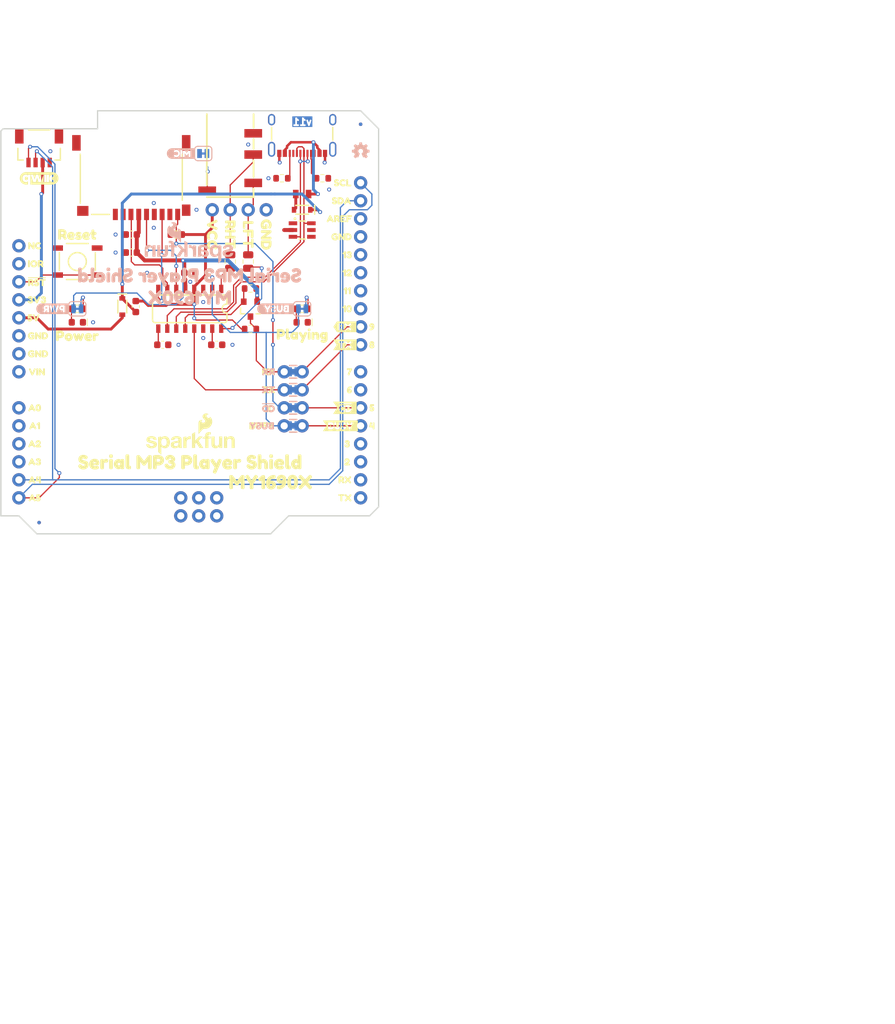
<source format=kicad_pcb>
(kicad_pcb (version 20240108) (generator "pcbnew") (generator_version "8.0")
  (title_block (date "2024-09-23") (comment 1 "Designed by: N. Seidle"))
  (layers (0 "F.Cu" signal) (31 "B.Cu" signal) (34 "B.Paste" user) (35 "F.Paste" user) (36 "B.SilkS" user "B.Silkscreen") (37 "F.SilkS" user "F.Silkscreen") (38 "B.Mask" user) (39 "F.Mask" user) (44 "Edge.Cuts" user))
  (net 0 "")
  (net 1 "GND")
  (net 3 "3.3V_P")
  (net 8 "MY_RX")
  (net 11 "BUSY")
  (net 12 "MY_TX")
  (net 17 "5V")
  (net 23 "Net-(U2-VPN)")
  (net 24 "Net-(U2-VCOM)")
  (net 25 "Net-(D4-A)")
  (net 26 "DAC_L")
  (net 27 "DAC_R")
  (net 29 "Net-(J4-CC1)")
  (net 33 "Net-(J4-CC2)")
  (net 35 "SD_CMD")
  (net 36 "SD_CLK")
  (net 37 "SD_DAT")
  (net 41 "Net-(JP2-A)")
  (net 42 "MY_RX_LV")
  (net 43 "Net-(B1-Pad~{RESET})")
  (net 44 "Net-(D1-A)")
  (net 45 "Net-(JP1-A)")
  (net 46 "Net-(D2-K)")
  (net 47 "VUSB")
  (net 48 "VCC")
  (net 49 "Net-(B1-*D5)")
  (net 50 "Net-(JP4-A)")
  (net 51 "Net-(J2-Pin_3)")
  (net 52 "Net-(J2-Pin_2)")
  (net 53 "Net-(JP7-B)")
  (net 54 "~{CARD_DET}")
  (net 57 "SCL")
  (net 58 "SDA")
  (net 59 "3.3V")
  (net 62 "Net-(F1-Pad2)")
  (net 65 "Net-(JP5-A)")
  (net 67 "Net-(B1-*D9)")
  (net 68 "/D-")
  (net 69 "/D+")
  (footprint "kibuzzard-673EA447" (layer "F.Cu") (at 172.72 75.2475 -90)
    (property "Reference" "kibuzzard-673EA447" (hide yes))
    (property "Value" "G***" (hide yes))
  )
  (footprint "SparkFun-Semiconductor-Standard:SOT23-6" (layer "F.Cu") (at 177.8 74.6125)
    (property "Reference" "D5")
    (property "Value" "DT1042-04SO")
  )
  (footprint "kibuzzard-673EAF28" (layer "F.Cu") (at 140.0175 102.235)
    (property "Reference" "kibuzzard-673EAF28" (hide yes))
    (property "Value" "G***" (hide yes))
  )
  (footprint "SparkFun-Switch:Push_SMD_5.2x5.2mm_h2.5mm" (layer "F.Cu") (at 146.05 79.0575)
    (property "Reference" "SW1")
    (property "Value" "SMD_5.2x5.2mm_h2.5mm")
  )
  (footprint "kibuzzard-673EAE8B" (layer "F.Cu") (at 184.15 85.725)
    (property "Reference" "kibuzzard-673EAE8B" (hide yes))
    (property "Value" "G***" (hide yes))
  )
  (footprint "kibuzzard-673EAF2D" (layer "F.Cu") (at 140.0175 104.775)
    (property "Reference" "kibuzzard-673EAF2D" (hide yes))
    (property "Value" "G***" (hide yes))
  )
  (footprint "kibuzzard-673EAEBB" (layer "F.Cu") (at 184.15 80.645)
    (property "Reference" "kibuzzard-673EAEBB" (hide yes))
    (property "Value" "G***" (hide yes))
  )
  (footprint "kibuzzard-679D2139" (layer "F.Cu") (at 184.15 107.315)
    (property "Reference" "kibuzzard-679D2139" (hide yes))
    (property "Value" "G***" (hide yes))
  )
  (footprint "SparkFun-Aesthetic:Fiducial_0.5mm_Mask1mm" (layer "F.Cu") (at 186.055 59.69 -90)
    (property "Reference" "FID3")
    (property "Value" "Fiducial_0.5mm")
  )
  (footprint "kibuzzard-673EAACD" (layer "F.Cu") (at 161.925 107.6325)
    (property "Reference" "kibuzzard-673EAACD" (hide yes))
    (property "Value" "G***" (hide yes))
  )
  (footprint "SparkFun-Capacitor:C_0603_1608Metric" (layer "F.Cu") (at 154.305 85.4075 -90)
    (property "Reference" "L1")
    (property "Value" "470Ohm")
  )
  (footprint "SparkFun-Board:Uno_R3_Shield_NoLabels" (layer "F.Cu") (at 161.925 88.265 180)
    (property "Reference" "B1")
    (property "Value" "Arduino_Uno_R3_Shield")
  )
  (footprint "SparkFun-Capacitor:C_0603_1608Metric" (layer "F.Cu") (at 161.925 80.645)
    (property "Reference" "C8")
    (property "Value" "1.0uF")
  )
  (footprint "kibuzzard-6792ACFE" (layer "F.Cu") (at 173.0375 94.615)
    (property "Reference" "kibuzzard-6792ACFE" (hide yes))
    (property "Value" "G***" (hide yes))
  )
  (footprint "kibuzzard-673EAF7F" (layer "F.Cu") (at 140.49375 89.535)
    (property "Reference" "kibuzzard-673EAF7F" (hide yes))
    (property "Value" "G***" (hide yes))
  )
  (footprint "SparkFun-Capacitor:C_0805_2012Metric" (layer "F.Cu") (at 167.64 79.0575 90)
    (property "Reference" "C4")
    (property "Value" "47uF")
  )
  (footprint "kibuzzard-673EAF7B" (layer "F.Cu") (at 139.85875 86.995)
    (property "Reference" "kibuzzard-673EAF7B" (hide yes))
    (property "Value" "G***" (hide yes))
  )
  (footprint "kibuzzard-673EAF33" (layer "F.Cu") (at 140.0175 109.855)
    (property "Reference" "kibuzzard-673EAF33" (hide yes))
    (property "Value" "G***" (hide yes))
  )
  (footprint "SparkFun-Capacitor:C_0805_2012Metric" (layer "F.Cu") (at 170.18 79.0575 90)
    (property "Reference" "C5")
    (property "Value" "47uF")
  )
  (footprint "kibuzzard-679D222D" (layer "F.Cu") (at 187.6425 99.695)
    (property "Reference" "kibuzzard-679D222D" (hide yes))
    (property "Value" "G***" (hide yes))
  )
  (footprint "kibuzzard-673EA442" (layer "F.Cu") (at 170.18 75.2475 -90)
    (property "Reference" "kibuzzard-673EA442" (hide yes))
    (property "Value" "G***" (hide yes))
  )
  (footprint "SparkFun-Resistor:R_0603_1608Metric" (layer "F.Cu") (at 170.4975 82.8675)
    (property "Reference" "R1")
    (property "Value" "2.2k")
  )
  (footprint "SparkFun-Semiconductor-Standard:SO-16" (layer "F.Cu") (at 161.925 85.725 -90)
    (property "Reference" "U2")
    (property "Value" "MY1690X")
  )
  (footprint "SparkFun-Capacitor:C_0603_1608Metric" (layer "F.Cu") (at 158.115 90.805)
    (property "Reference" "C7")
    (property "Value" "2.2uF")
  )
  (footprint "kibuzzard-679D21EC" (layer "F.Cu") (at 183.8325 90.805)
    (property "Reference" "kibuzzard-679D21EC" (hide yes))
    (property "Value" "G***" (hide yes))
  )
  (footprint "kibuzzard-673EAED1" (layer "F.Cu") (at 183.03875 73.025)
    (property "Reference" "kibuzzard-673EAED1" (hide yes))
    (property "Value" "G***" (hide yes))
  )
  (footprint "kibuzzard-673EAEA7" (layer "F.Cu") (at 184.4675 94.615)
    (property "Reference" "kibuzzard-673EAEA7" (hide yes))
    (property "Value" "G***" (hide yes))
  )
  (footprint "SparkFun-Aesthetic:Fiducial_0.5mm_Mask1mm" (layer "F.Cu") (at 140.6525 115.8875 -90)
    (property "Reference" "FID4")
    (property "Value" "Fiducial_0.5mm")
  )
  (footprint "SparkFun-Connector:Audio_Jack_3.5mm_TRRS_SMD_RA" (layer "F.Cu") (at 167.64 62.865 -90)
    (property "Reference" "J1")
    (property "Value" "3.5mm TRRS")
  )
  (footprint "kibuzzard-673EAE7C" (layer "F.Cu") (at 184.4675 97.155)
    (property "Reference" "kibuzzard-673EAE7C" (hide yes))
    (property "Value" "G***" (hide yes))
  )
  (footprint "SparkFun-Semiconductor-Standard:SOD-323" (layer "F.Cu") (at 177.8 71.755 180)
    (property "Reference" "D3")
    (property "Value" "BAT60A")
  )
  (footprint "kibuzzard-673EAEB6" (layer "F.Cu") (at 184.15 83.185)
    (property "Reference" "kibuzzard-673EAEB6" (hide yes))
    (property "Value" "G***" (hide yes))
  )
  (footprint "SparkFun-Resistor:R_0603_1608Metric" (layer "F.Cu") (at 177.8 85.725)
    (property "Reference" "R5")
    (property "Value" "1k")
  )
  (footprint "kibuzzard-673EAF71" (layer "F.Cu") (at 140.335 81.915)
    (property "Reference" "kibuzzard-673EAF71" (hide yes))
    (property "Value" "G***" (hide yes))
  )
  (footprint "kibuzzard-679D2133" (layer "F.Cu") (at 184.15 104.775)
    (property "Reference" "kibuzzard-679D2133" (hide yes))
    (property "Value" "G***" (hide yes))
  )
  (footprint "kibuzzard-673EAEE5" (layer "F.Cu") (at 183.515 67.945)
    (property "Reference" "kibuzzard-673EAEE5" (hide yes))
    (property "Value" "G***" (hide yes))
  )
  (footprint "SparkFun-Resistor:R_0603_1608Metric" (layer "F.Cu") (at 174.9425 67.31 180)
    (property "Reference" "R2")
    (property "Value" "5.1k")
  )
  (footprint "SparkFun-Resistor:R_0603_1608Metric" (layer "F.Cu") (at 160.02 75.2475)
    (property "Reference" "R7")
    (property "Value" "10k")
  )
  (footprint "SparkFun-Resistor:R_0603_1608Metric" (layer "F.Cu") (at 146.05 85.725)
    (property "Reference" "R9")
    (property "Value" "4.7k")
  )
  (footprint "kibuzzard-673EAE53" (layer "F.Cu") (at 183.8325 112.395)
    (property "Reference" "kibuzzard-673EAE53" (hide yes))
    (property "Value" "G***" (hide yes))
  )
  (footprint "kibuzzard-679D2231" (layer "F.Cu") (at 187.6425 102.235)
    (property "Reference" "kibuzzard-679D2231" (hide yes))
    (property "Value" "G***" (hide yes))
  )
  (footprint "kibuzzard-673EAF45" (layer "F.Cu") (at 140.335 94.615)
    (property "Reference" "kibuzzard-673EAF45" (hide yes))
    (property "Value" "G***" (hide yes))
  )
  (footprint "SparkFun-Semiconductor-Standard:SOT23-3" (layer "F.Cu") (at 170.4975 85.725 -90)
    (property "Reference" "Q1")
    (property "Value" "BSS138")
  )
  (footprint "kibuzzard-6792ACFA" (layer "F.Cu") (at 173.0375 97.155)
    (property "Reference" "kibuzzard-6792ACFA" (hide yes))
    (property "Value" "G***" (hide yes))
  )
  (footprint "kibuzzard-6792AD08" (layer "F.Cu") (at 172.085 102.235)
    (property "Reference" "kibuzzard-6792AD08" (hide yes))
    (property "Value" "G***" (hide yes))
  )
  (footprint "SparkFun-Connector:JST_SMD_1.0mm-4_Black" (layer "F.Cu") (at 140.6525 65.0875 180)
    (property "Reference" "J3")
    (property "Value" "Qwiic_RA")
  )
  (footprint "SparkFun-LED:LED_0603_1608Metric_Green" (layer "F.Cu") (at 177.8 87.63 180)
    (property "Reference" "D1")
    (property "Value" "Green")
  )
  (footprint "kibuzzard-67A3E997" (layer "F.Cu") (at 173.355 110.1725)
    (property "Reference" "kibuzzard-67A3E997" (hide yes))
    (property "Value" "G***" (hide yes))
  )
  (footprint "kibuzzard-673EAF83" (layer "F.Cu") (at 140.49375 92.075)
    (property "Reference" "kibuzzard-673EAF83" (hide yes))
    (property "Value" "G***" (hide yes))
  )
  (footprint "kibuzzard-673AC551" (layer "F.Cu") (at 146.05 75.2475)
    (property "Reference" "kibuzzard-673AC551" (hide yes))
    (property "Value" "G***" (hide yes))
  )
  (footprint "SparkFun-Connector:2x03_NoSilk" (layer "F.Cu") (at 163.195 113.665 180)
    (property "Reference" "J5")
    (property "Value" "ISP")
  )
  (footprint "kibuzzard-673EAF11" (layer "F.Cu") (at 140.0175 107.315)
    (property "Reference" "kibuzzard-673EAF11" (hide yes))
    (property "Value" "G***" (hide yes))
  )
  (footprint "SparkFun-Aesthetic:qwiic_5.5mm" (layer "F.Cu") (at 140.6525 67.31)
    (property "Reference" "G***" (hide yes))
    (property "Value" "LOGO" (hide yes))
  )
  (footprint "kibuzzard-679D21F4" (layer "F.Cu") (at 187.6425 90.805)
    (property "Reference" "kibuzzard-679D21F4" (hide yes))
    (property "Value" "G***" (hide yes))
  )
  (footprint "kibuzzard-679D2221" (layer "F.Cu") (at 183.1975 102.235)
    (property "Reference" "kibuzzard-679D2221" (hide yes))
    (property "Value" "G***" (hide yes))
  )
  (footprint "SparkFun-Aesthetic:SparkFun_Logo_12.5mm" (layer "F.Cu") (at 161.925 104.4575)
    (property "Reference" "G***" (hide yes))
    (property "Value" "LOGO" (hide yes))
  )
  (footprint "kibuzzard-673EAF59" (layer "F.Cu") (at 140.0175 76.835)
    (property "Reference" "kibuzzard-673EAF59" (hide yes))
    (property "Value" "G***" (hide yes))
  )
  (footprint "SparkFun-Connector:microSD_External_Pin" (layer "F.Cu") (at 153.67 61.9125 180)
    (property "Reference" "J6")
    (property "Value" "microSD")
  )
  (footprint "kibuzzard-673EAF5F" (layer "F.Cu") (at 140.17625 79.375)
    (property "Reference" "kibuzzard-673EAF5F" (hide yes))
    (property "Value" "G***" (hide yes))
  )
  (footprint "SparkFun-Resistor:R_0603_1608Metric" (layer "F.Cu") (at 170.4975 88.5825 180)
    (property "Reference" "R4")
    (property "Value" "2.2k")
  )
  (footprint "kibuzzard-673EA43C" (layer "F.Cu") (at 167.64 75.2475 -90)
    (property "Reference" "kibuzzard-673EA43C" (hide yes))
    (property "Value" "G***" (hide yes))
  )
  (footprint "SparkFun-Semiconductor-Standard:SOD-323" (layer "F.Cu") (at 152.4 85.4075 -90)
    (property "Reference" "D2")
    (property "Value" "BAT60A")
  )
  (footprint "kibuzzard-679D221C" (layer "F.Cu") (at 183.8325 99.695)
    (property "Reference" "kibuzzard-679D221C" (hide yes))
    (property "Value" "G***" (hide yes))
  )
  (footprint "kibuzzard-673EAEDE" (layer "F.Cu") (at 183.35625 70.485)
    (property "Reference" "kibuzzard-673EAEDE" (hide yes))
    (property "Value" "G***" (hide yes))
  )
  (footprint "kibuzzard-673EAEC1" (layer "F.Cu") (at 184.15 78.105)
    (property "Reference" "kibuzzard-673EAEC1" (hide yes))
    (property "Value" "G***" (hide yes))
  )
  (footprint "kibuzzard-673EAF38" (layer "F.Cu") (at 140.0175 112.395)
    (property "Reference" "kibuzzard-673EAF38" (hide yes))
    (property "Value" "G***" (hide yes))
  )
  (footprint "kibuzzard-678AC9A2" (layer "F.Cu") (at 177.8 89.535)
    (property "Reference" "kibuzzard-678AC9A2" (hide yes))
    (property "Value" "G***" (hide yes))
  )
  (footprint "SparkFun-Capacitor:C_0603_1608Metric" (layer "F.Cu") (at 165.735 90.805)
    (property "Reference" "C1")
    (property "Value" "2.2uF")
  )
  (footprint "kibuzzard-673EA3A1" (layer "F.Cu") (at 146.05 89.535)
    (property "Reference" "kibuzzard-673EA3A1" (hide yes))
    (property "Value" "G***" (hide yes))
  )
  (footprint "kibuzzard-6792AD10" (layer "F.Cu") (at 173.0375 99.695)
    (property "Reference" "kibuzzard-6792AD10" (hide yes))
    (property "Value" "G***" (hide yes))
  )
  (footprint "kibuzzard-679D21F8" (layer "F.Cu") (at 187.6425 88.265)
    (property "Reference" "kibuzzard-679D21F8" (hide yes))
    (property "Value" "G***" (hide yes))
  )
  (footprint "kibuzzard-679D21FD" (layer "F.Cu") (at 183.8325 88.265)
    (property "Reference" "kibuzzard-679D21FD" (hide yes))
    (property "Value" "G***" (hide yes))
  )
  (footprint "SparkFun-Connector:1x04" (layer "F.Cu") (at 172.72 71.755 180)
    (property "Reference" "J2")
    (property "Value" "Conn_01x04")
  )
  (footprint "SparkFun-LED:LED_0603_1608Metric_Red" (layer "F.Cu") (at 146.05 87.63 180)
    (property "Reference" "D4")
    (property "Value" "Red")
  )
  (footprint "SparkFun-Aesthetic:Creative_Commons_License" (layer "F.Cu") (at 214.63 168.275)
    (property "Reference" "G1" (hide yes))
    (property "Value" "OSHW_Logo" (hide yes))
  )
  (footprint "kibuzzard-673EAF76" (layer "F.Cu") (at 140.335 84.455)
    (property "Reference" "kibuzzard-673EAF76" (hide yes))
    (property "Value" "G***" (hide yes))
  )
  (footprint "SparkFun-Fuse:0805" (layer "F.Cu") (at 177.8 69.5325)
    (property "Reference" "F1")
    (property "Value" "6V/0.5A/1A")
  )
  (footprint "kibuzzard-673EAE60" (layer "F.Cu") (at 183.8325 109.855)
    (property "Reference" "kibuzzard-673EAE60" (hide yes))
    (property "Value" "G***" (hide yes))
  )
  (footprint "SparkFun-Resistor:R_0603_1608Metric" (layer "F.Cu") (at 180.6575 67.31 180)
    (property "Reference" "R3")
    (property "Value" "5.1k")
  )
  (footprint "SparkFun-Connector:USB-C_16" (layer "F.Cu") (at 177.8 64.135 180)
    (property "Reference" "J4")
    (property "Value" "USB_C_Receptacle")
  )
  (footprint "kibuzzard-673EAEC8" (layer "F.Cu") (at 183.35625 75.565)
    (property "Reference" "kibuzzard-673EAEC8" (hide yes))
    (property "Value" "G***" (hide yes))
  )
  (footprint "kibuzzard-6792AB76" (layer "F.Cu") (at 165.1 75.2475 -90)
    (property "Reference" "kibuzzard-6792AB76" (hide yes))
    (property "Value" "G***" (hide yes))
  )
  (footprint "kibuzzard-673EAF23" (layer "F.Cu") (at 140.0175 99.695)
    (property "Reference" "kibuzzard-673EAF23" (hide yes))
    (property "Value" "G***" (hide yes))
  )
  (footprint "SparkFun-Capacitor:C_0603_1608Metric" (layer "F.Cu") (at 153.67 77.7875 180)
    (property "Reference" "C3")
    (property "Value" "0.1uF")
  )
  (footprint "SparkFun-Capacitor:C_0603_1608Metric" (layer "F.Cu") (at 153.67 75.2475 180)
    (property "Reference" "C2")
    (property "Value" "10uF")
  )
  (footprint "kibuzzard-6792ACFE" (layer "B.Cu") (at 173.0375 94.615 180)
    (property "Reference" "kibuzzard-6792ACFE" (hide yes))
    (property "Value" "G***" (hide yes))
  )
  (footprint "SparkFun-Jumper:Jumper_2_PTH_SMD_Combo-NC" (layer "B.Cu") (at 176.53 94.615 180)
    (property "Reference" "JP6")
    (property "Value" "TX")
  )
  (footprint "SparkFun-Jumper:Jumper_2_PTH_SMD_Combo-NC" (layer "B.Cu") (at 176.53 99.695 180)
    (property "Reference" "JP3")
    (property "Value" "CD")
  )
  (footprint "kibuzzard-678ACA35" (layer "B.Cu") (at 173.99 85.725 180)
    (property "Reference" "kibuzzard-678ACA35" (hide yes))
    (property "Value" "G***" (hide yes))
  )
  (footprint "kibuzzard-67A3E997" (layer "B.Cu") (at 161.925 84.1375 180)
    (property "Reference" "kibuzzard-67A3E997" (hide yes))
    (property "Value" "G***" (hide yes))
  )
  (footprint "SparkFun-Jumper:Jumper_2_NC_Trace" (layer "B.Cu") (at 177.8 85.725 180)
    (property "Reference" "JP1")
    (property "Value" "BUSY")
  )
  (footprint "kibuzzard-6792AB99" (layer "B.Cu") (at 160.655 63.8175 180)
    (property "Reference" "kibuzzard-6792AB99" (hide yes))
    (property "Value" "G***" (hide yes))
  )
  (footprint "kibuzzard-6792AD08" (layer "B.Cu") (at 172.085 102.235 180)
    (property "Reference" "kibuzzard-6792AD08" (hide yes))
    (property "Value" "G***" (hide yes))
  )
  (footprint "SparkFun-Jumper:Jumper_2_PTH_SMD_Combo-NC" (layer "B.Cu") (at 176.53 97.155 180)
    (property "Reference" "JP5")
    (property "Value" "RX")
  )
  (footprint "SparkFun-Aesthetic:Fiducial_0.5mm_Mask1mm" (layer "B.Cu") (at 186.055 59.69 90)
    (property "Reference" "FID2")
    (property "Value" "Fiducial_0.5mm")
  )
  (footprint "kibuzzard-6792ACFA" (layer "B.Cu") (at 173.0375 97.155 180)
    (property "Reference" "kibuzzard-6792ACFA" (hide yes))
    (property "Value" "G***" (hide yes))
  )
  (footprint "SparkFun-Aesthetic:Fiducial_0.5mm_Mask1mm" (layer "B.Cu") (at 140.6525 115.8875 90)
    (property "Reference" "FID1")
    (property "Value" "Fiducial_0.5mm")
  )
  (footprint "SparkFun-Jumper:Jumper_2_NC_Trace" (layer "B.Cu") (at 163.83 63.8175)
    (property "Reference" "JP7")
    (property "Value" "SLV")
  )
  (footprint "kibuzzard-673EA691" (layer "B.Cu") (at 142.5575 85.725 180)
    (property "Reference" "kibuzzard-673EA691" (hide yes))
    (property "Value" "G***" (hide yes))
  )
  (footprint "SparkFun-Aesthetic:OSHW_Logo_2.5mm" (layer "B.Cu") (at 186.055 63.5 180)
    (property "Reference" "Ref**" (hide yes))
    (property "Value" "Val**" (hide yes))
  )
  (footprint "SparkFun-Jumper:Jumper_2_PTH_SMD_Combo-NC" (layer "B.Cu") (at 176.53 102.235 180)
    (property "Reference" "JP4")
    (property "Value" "BUSY")
  )
  (footprint "kibuzzard-6792AD10" (layer "B.Cu") (at 173.0375 99.695 180)
    (property "Reference" "kibuzzard-6792AD10" (hide yes))
    (property "Value" "G***" (hide yes))
  )
  (footprint "kibuzzard-673EAACD" (layer "B.Cu") (at 161.925 81.28 180)
    (property "Reference" "kibuzzard-673EAACD" (hide yes))
    (property "Value" "G***" (hide yes))
  )
  (footprint "SparkFun-Jumper:Jumper_2_NC_Trace" (layer "B.Cu") (at 146.05 85.725 180)
    (property "Reference" "JP2")
    (property "Value" "PWR")
  )
  (footprint "SparkFun-Aesthetic:SparkFun_Logo_12.5mm" (layer "B.Cu") (at 161.925 77.47 180)
    (property "Reference" "G***" (hide yes))
    (property "Value" "LOGO" (hide yes))
  )
  (gr_line (start 148.9075 60.325) (end 135.5725 60.325) (stroke (width 0.1778)) (layer "Edge.Cuts"))
  (gr_line (start 135.255 60.6425) (end 135.255 114.935) (stroke (width 0.1778)) (layer "Edge.Cuts"))
  (gr_line (start 137.795 114.935) (end 140.335 117.475) (stroke (width 0.1778)) (layer "Edge.Cuts"))
  (gr_line (start 140.335 117.475) (end 173.355 117.475) (stroke (width 0.1778)) (layer "Edge.Cuts"))
  (gr_line (start 188.595 113.665) (end 188.595 60.325) (stroke (width 0.1778)) (layer "Edge.Cuts"))
  (gr_line (start 173.355 117.475) (end 175.895 114.935) (stroke (width 0.1778)) (layer "Edge.Cuts"))
  (gr_line (start 135.255 114.935) (end 137.795 114.935) (stroke (width 0.1778)) (layer "Edge.Cuts"))
  (gr_line (start 175.895 114.935) (end 187.325 114.935) (stroke (width 0.1778)) (layer "Edge.Cuts"))
  (gr_line (start 135.5725 60.325) (end 135.255 60.6425) (stroke (width 0.1778)) (layer "Edge.Cuts"))
  (gr_line (start 187.325 114.935) (end 188.595 113.665) (stroke (width 0.1778)) (layer "Edge.Cuts"))
  (gr_line (start 186.055 57.785) (end 148.9075 57.785) (stroke (width 0.1778)) (layer "Edge.Cuts"))
  (gr_line (start 148.9075 57.785) (end 148.9075 60.325) (stroke (width 0.1778)) (layer "Edge.Cuts"))
  (gr_line (start 186.055 57.785) (end 188.595 60.325) (stroke (width 0.1778)) (layer "Edge.Cuts"))
  (gr_text "v11" (at 177.8 59.3725 0) (layer "B.Cu" knockout) (effects (font (size 1 1) (thickness 0.25) (bold yes)) (justify mirror)))
  (segment (start 181.025 65.0375) (end 180.975 65.0875) (width 0.348996) (layer "F.Cu") (net 1))
  (segment (start 176.4999 74.6125) (end 175.26 74.6125) (width 0.5588) (layer "F.Cu") (net 1))
  (segment (start 174.575 65.0375) (end 174.625 65.0875) (width 0.348996) (layer "F.Cu") (net 1))
  (segment (start 181.025 63.795) (end 181.025 65.0375) (width 0.348996) (layer "F.Cu") (net 1))
  (segment (start 174.575 63.795) (end 174.575 65.0375) (width 0.348996) (layer "F.Cu") (net 1))
  (via (at 180.975 65.0875) (size 0.56) (drill 0.3) (layers "F.Cu" "B.Cu") (net 1))
  (via (at 162.8775 71.755) (size 0.56) (drill 0.3) (layers "F.Cu" "B.Cu") (net 1))
  (via (at 181.61 68.8975) (size 0.56) (drill 0.3) (layers "F.Cu" "B.Cu") (net 1))
  (via (at 170.18 62.5475) (size 0.56) (drill 0.3) (layers "F.Cu" "B.Cu") (net 1))
  (via (at 162.0018 81.915) (size 0.56) (drill 0.3) (layers "F.Cu" "B.Cu") (net 1))
  (via (at 160.3375 90.805) (size 0.56) (drill 0.3) (layers "F.Cu" "B.Cu") (net 1))
  (via (at 142.24 63.5) (size 0.56) (drill 0.3) (layers "F.Cu" "B.Cu") (net 1))
  (via (at 151.4475 75.2475) (size 0.56) (drill 0.3) (layers "F.Cu" "B.Cu") (net 1))
  (via (at 148.2725 87.63) (size 0.56) (drill 0.3) (layers "F.Cu" "B.Cu") (net 1))
  (via (at 173.0375 67.31) (size 0.56) (drill 0.3) (layers "F.Cu" "B.Cu") (net 1))
  (via (at 155.8925 80.645) (size 0.56) (drill 0.3) (layers "F.Cu" "B.Cu") (net 1))
  (via (at 163.83 89.8525) (size 0.56) (drill 0.3) (layers "F.Cu" "B.Cu") (net 1))
  (via (at 174.625 65.0875) (size 0.56) (drill 0.3) (layers "F.Cu" "B.Cu") (net 1))
  (via (at 163.83 84.7725) (size 0.56) (drill 0.3) (layers "F.Cu" "B.Cu") (net 1))
  (via (at 167.9575 90.805) (size 0.56) (drill 0.3) (layers "F.Cu" "B.Cu") (net 1))
  (via (at 151.4475 77.7875) (size 0.56) (drill 0.3) (layers "F.Cu" "B.Cu") (net 1))
  (via (at 156.845 74.295) (size 0.56) (drill 0.3) (layers "F.Cu" "B.Cu") (net 1))
  (via (at 156.845 70.8025) (size 0.56) (drill 0.3) (layers "F.Cu" "B.Cu") (net 1))
  (segment (start 161.29 82.925) (end 161.29 81.5975) (width 0.5588) (layer "F.Cu") (net 3))
  (segment (start 154.445 77.7875) (end 154.445 75.2475) (width 0.5588) (layer "F.Cu") (net 3))
  (segment (start 160.9725 78.89875) (end 161.15 79.07625) (width 0.5588) (layer "F.Cu") (net 3))
  (segment (start 161.29 81.5975) (end 161.15 81.4575) (width 0.5588) (layer "F.Cu") (net 3))
  (segment (start 171.3225 82.8675) (end 171.4475 82.9925) (width 0.5588) (layer "F.Cu") (net 3))
  (segment (start 161.15 79.07625) (end 161.15 80.645) (width 0.5588) (layer "F.Cu") (net 3))
  (segment (start 154.72 72.4125) (end 154.72 74.9725) (width 0.5588) (layer "F.Cu") (net 3))
  (segment (start 155.55625 78.89875) (end 154.445 77.7875) (width 0.5588) (layer "F.Cu") (net 3))
  (segment (start 160.9725 78.89875) (end 155.55625 78.89875) (width 0.5588) (layer "F.Cu") (net 3))
  (segment (start 154.72 74.9725) (end 154.445 75.2475) (width 0.5588) (layer "F.Cu") (net 3))
  (segment (start 171.4475 82.9925) (end 171.4475 83.82) (width 0.5588) (layer "F.Cu") (net 3))
  (segment (start 161.15 81.4575) (end 161.15 80.645) (width 0.5588) (layer "F.Cu") (net 3))
  (segment (start 171.4475 84.725) (end 171.4475 83.82) (width 0.5588) (layer "F.Cu") (net 3))
  (via (at 171.4475 83.82) (size 0.56) (drill 0.3) (layers "F.Cu" "B.Cu") (net 3))
  (via (at 160.9725 78.89875) (size 0.56) (drill 0.3) (layers "F.Cu" "B.Cu") (net 3))
  (segment (start 171.4475 83.02375) (end 167.3225 78.89875) (width 0.5588) (layer "B.Cu") (net 3))
  (segment (start 160.9725 84.1375) (end 160.9725 78.89875) (width 0.1778) (layer "B.Cu") (net 3))
  (segment (start 159.97495 85.13505) (end 160.9725 84.1375) (width 0.1778) (layer "B.Cu") (net 3))
  (segment (start 154.46375 83.5025) (end 156.0963 85.13505) (width 0.1778) (layer "B.Cu") (net 3))
  (segment (start 167.3225 78.89875) (end 160.9725 78.89875) (width 0.5588) (layer "B.Cu") (net 3))
  (segment (start 145.5293 83.86445) (end 145.89125 83.5025) (width 0.1778) (layer "B.Cu") (net 3))
  (segment (start 156.0963 85.13505) (end 159.97495 85.13505) (width 0.1778) (layer "B.Cu") (net 3))
  (segment (start 145.5293 85.725) (end 145.5293 83.86445) (width 0.1778) (layer "B.Cu") (net 3))
  (segment (start 171.4475 83.82) (end 171.4475 83.02375) (width 0.5588) (layer "B.Cu") (net 3))
  (segment (start 145.89125 83.5025) (end 154.46375 83.5025) (width 0.1778) (layer "B.Cu") (net 3))
  (segment (start 172.91 94.615) (end 171.3225 93.0275) (width 0.1778) (layer "F.Cu") (net 8))
  (segment (start 170.4975 86.825) (end 170.4975 87.7575) (width 0.1778) (layer "F.Cu") (net 8))
  (segment (start 175.26 94.615) (end 172.91 94.615) (width 0.1778) (layer "F.Cu") (net 8))
  (segment (start 170.4975 87.7575) (end 171.3225 88.5825) (width 0.1778) (layer "F.Cu") (net 8))
  (segment (start 171.3225 93.0275) (end 171.3225 88.5825) (width 0.1778) (layer "F.Cu") (net 8))
  (segment (start 165.1 82.925) (end 165.1 81.28) (width 0.1778) (layer "F.Cu") (net 11))
  (via (at 165.1 81.28) (size 0.56) (drill 0.3) (layers "F.Cu" "B.Cu") (net 11))
  (segment (start 172.72 101.2825) (end 173.6725 102.235) (width 0.1778) (layer "B.Cu") (net 11))
  (segment (start 173.6725 102.235) (end 175.26 102.235) (width 0.1778) (layer "B.Cu") (net 11))
  (segment (start 165.1 81.28) (end 165.1 86.51875) (width 0.1778) (layer "B.Cu") (net 11))
  (segment (start 165.1 86.51875) (end 167.64 89.05875) (width 0.1778) (layer "B.Cu") (net 11))
  (segment (start 177.2793 88.1507) (end 176.37125 89.05875) (width 0.1778) (layer "B.Cu") (net 11))
  (segment (start 176.37125 89.05875) (end 172.72 89.05875) (width 0.1778) (layer "B.Cu") (net 11))
  (segment (start 172.72 89.05875) (end 172.72 101.2825) (width 0.1778) (layer "B.Cu") (net 11))
  (segment (start 177.2793 85.725) (end 177.2793 88.1507) (width 0.1778) (layer "B.Cu") (net 11))
  (segment (start 167.64 89.05875) (end 172.72 89.05875) (width 0.1778) (layer "B.Cu") (net 11))
  (segment (start 164.1475 97.155) (end 162.56 95.5675) (width 0.1778) (layer "F.Cu") (net 12))
  (segment (start 175.26 97.155) (end 164.1475 97.155) (width 0.1778) (layer "F.Cu") (net 12))
  (segment (start 162.56 88.525) (end 162.56 95.5675) (width 0.1778) (layer "F.Cu") (net 12))
  (segment (start 141.9225 88.5825) (end 150.8125 88.5825) (width 0.4064) (layer "F.Cu") (net 17))
  (segment (start 137.795 86.995) (end 140.335 86.995) (width 0.4064) (layer "F.Cu") (net 17))
  (segment (start 152.4 86.995) (end 152.4 86.5575) (width 0.4064) (layer "F.Cu") (net 17))
  (segment (start 140.335 86.995) (end 141.9225 88.5825) (width 0.4064) (layer "F.Cu") (net 17))
  (segment (start 150.8125 88.5825) (end 152.4 86.995) (width 0.4064) (layer "F.Cu") (net 17))
  (segment (start 165.1 90.665) (end 164.96 90.805) (width 0.1778) (layer "F.Cu") (net 23))
  (segment (start 165.1 88.525) (end 165.1 90.665) (width 0.1778) (layer "F.Cu") (net 23))
  (segment (start 157.48 88.525) (end 157.48 90.665) (width 0.1778) (layer "F.Cu") (net 24))
  (segment (start 157.48 90.665) (end 157.34 90.805) (width 0.1778) (layer "F.Cu") (net 24))
  (segment (start 145.225 87.5925) (end 145.2625 87.63) (width 0.1778) (layer "F.Cu") (net 25))
  (segment (start 145.225 85.725) (end 145.225 87.5925) (width 0.1778) (layer "F.Cu") (net 25))
  (segment (start 171.9075 79.8325) (end 172.085 80.01) (width 0.1524) (layer "F.Cu") (net 26))
  (segment (start 167.85625 88.525) (end 167.9575 88.42375) (width 0.1778) (layer "F.Cu") (net 26))
  (segment (start 166.37 88.525) (end 167.85625 88.525) (width 0.1778) (layer "F.Cu") (net 26))
  (segment (start 170.18 79.8325) (end 171.9075 79.8325) (width 0.1524) (layer "F.Cu") (net 26))
  (via (at 172.085 80.01) (size 0.56) (drill 0.3) (layers "F.Cu" "B.Cu") (net 26))
  (via (at 167.9575 88.42375) (size 0.56) (drill 0.3) (layers "F.Cu" "B.Cu") (net 26))
  (segment (start 172.085 80.01) (end 172.085 84.29625) (width 0.1524) (layer "B.Cu") (net 26))
  (segment (start 172.085 84.29625) (end 167.9575 88.42375) (width 0.1524) (layer "B.Cu") (net 26))
  (segment (start 166.37 81.1025) (end 166.37 82.925) (width 0.1524) (layer "F.Cu") (net 27))
  (segment (start 167.64 79.8325) (end 166.37 81.1025) (width 0.1524) (layer "F.Cu") (net 27))
  (segment (start 179.05 63.795) (end 179.05 64.59125) (width 0.1778) (layer "F.Cu") (net 29))
  (segment (start 179.11505 64.6563) (end 179.11505 66.59255) (width 0.1778) (layer "F.Cu") (net 29))
  (segment (start 179.05 64.59125) (end 179.11505 64.6563) (width 0.1778) (layer "F.Cu") (net 29))
  (segment (start 179.11505 66.59255) (end 179.8325 67.31) (width 0.1778) (layer "F.Cu") (net 29))
  (segment (start 176.05 63.795) (end 176.05 67.0275) (width 0.1778) (layer "F.Cu") (net 33))
  (segment (start 176.05 67.0275) (end 175.7675 67.31) (width 0.1778) (layer "F.Cu") (net 33))
  (segment (start 154.14625 79.53375) (end 153.67 79.0575) (width 0.1778) (layer "F.Cu") (net 35))
  (segment (start 157.63875 79.53375) (end 154.14625 79.53375) (width 0.1778) (layer "F.Cu") (net 35))
  (segment (start 158.115 81.43875) (end 158.115 80.01) (width 0.1778) (layer "F.Cu") (net 35))
  (segment (start 158.115 80.01) (end 157.63875 79.53375) (width 0.1778) (layer "F.Cu") (net 35))
  (segment (start 158.75 82.925) (end 158.75 82.07375) (width 0.1778) (layer "F.Cu") (net 35))
  (segment (start 153.67 79.0575) (end 153.67 72.4625) (width 0.1778) (layer "F.Cu") (net 35))
  (segment (start 153.67 72.4625) (end 153.62 72.4125) (width 0.1778) (layer "F.Cu") (net 35))
  (segment (start 158.75 82.07375) (end 158.115 81.43875) (width 0.1778) (layer "F.Cu") (net 35))
  (segment (start 160.02 80.628567) (end 160.02 79.6925) (width 0.1778) (layer "F.Cu") (net 36))
  (segment (start 155.82 72.4125) (end 155.82 77.3975) (width 0.1778) (layer "F.Cu") (net 36))
  (segment (start 160.02 82.925) (end 160.02 80.80375) (width 0.1778) (layer "F.Cu") (net 36))
  (segment (start 160.02 80.80375) (end 160.02 80.628567) (width 0.1778) (layer "F.Cu") (net 36))
  (segment (start 155.82 77.3975) (end 155.8925 77.47) (width 0.1778) (layer "F.Cu") (net 36))
  (via (at 155.8925 77.47) (size 0.56) (drill 0.3) (layers "F.Cu" "B.Cu") (net 36))
  (via (at 160.02 79.6925) (size 0.56) (drill 0.3) (layers "F.Cu" "B.Cu") (net 36))
  (segment (start 159.22625 77.47) (end 155.8925 77.47) (width 0.1778) (layer "B.Cu") (net 36))
  (segment (start 160.02 78.26375) (end 159.22625 77.47) (width 0.1778) (layer "B.Cu") (net 36))
  (segment (start 160.02 79.6925) (end 160.02 78.26375) (width 0.1778) (layer "B.Cu") (net 36))
  (segment (start 157.48 84.1375) (end 157.95625 84.61375) (width 0.1778) (layer "F.Cu") (net 37))
  (segment (start 157.95625 78.105) (end 158.02 78.04125) (width 0.1778) (layer "F.Cu") (net 37))
  (segment (start 157.48 82.925) (end 157.48 84.1375) (width 0.1778) (layer "F.Cu") (net 37))
  (segment (start 158.02 78.04125) (end 158.02 72.4125) (width 0.1778) (layer "F.Cu") (net 37))
  (via (at 157.95625 84.61375) (size 0.56) (drill 0.3) (layers "F.Cu" "B.Cu") (net 37))
  (via (at 157.95625 78.105) (size 0.56) (drill 0.3) (layers "F.Cu" "B.Cu") (net 37))
  (segment (start 157.95625 78.105) (end 157.95625 84.61375) (width 0.1778) (layer "B.Cu") (net 37))
  (segment (start 146.875 85.725) (end 146.875 84.16875) (width 0.1778) (layer "F.Cu") (net 41))
  (segment (start 146.875 84.16875) (end 146.84375 84.1375) (width 0.1778) (layer "F.Cu") (net 41))
  (via (at 146.84375 84.1375) (size 0.56) (drill 0.3) (layers "F.Cu" "B.Cu") (net 41))
  (segment (start 146.84375 84.1375) (end 146.5707 84.41055) (width 0.1778) (layer "B.Cu") (net 41))
  (segment (start 146.5707 84.41055) (end 146.5707 85.725) (width 0.1778) (layer "B.Cu") (net 41))
  (segment (start 169.5475 82.9925) (end 169.6725 82.8675) (width 0.1778) (layer "F.Cu") (net 42))
  (segment (start 169.5475 84.725) (end 167.74105 86.53145) (width 0.1778) (layer "F.Cu") (net 42))
  (segment (start 169.5475 84.725) (end 169.5475 82.9925) (width 0.1778) (layer "F.Cu") (net 42))
  (segment (start 167.74105 86.53145) (end 161.75355 86.53145) (width 0.1778) (layer "F.Cu") (net 42))
  (segment (start 161.75355 86.53145) (end 161.29 86.995) (width 0.1778) (layer "F.Cu") (net 42))
  (segment (start 161.29 86.995) (end 161.29 88.525) (width 0.1778) (layer "F.Cu") (net 42))
  (segment (start 143.256 80.9625) (end 141.12875 80.9625) (width 0.1778) (layer "F.Cu") (net 43))
  (segment (start 140.17625 81.915) (end 137.795 81.915) (width 0.1778) (layer "F.Cu") (net 43))
  (segment (start 143.256 80.9625) (end 148.844 80.9625) (width 0.1778) (layer "F.Cu") (net 43))
  (segment (start 141.12875 80.9625) (end 140.17625 81.915) (width 0.1778) (layer "F.Cu") (net 43))
  (segment (start 176.975 87.5925) (end 177.0125 87.63) (width 0.1778) (layer "F.Cu") (net 44))
  (segment (start 176.975 85.725) (end 176.975 87.5925) (width 0.1778) (layer "F.Cu") (net 44))
  (segment (start 178.625 85.725) (end 178.625 84.3275) (width 0.1778) (layer "F.Cu") (net 45))
  (segment (start 178.625 84.3275) (end 178.435 84.1375) (width 0.1778) (layer "F.Cu") (net 45))
  (via (at 178.435 84.1375) (size 0.56) (drill 0.3) (layers "F.Cu" "B.Cu") (net 45))
  (segment (start 178.3207 85.725) (end 178.3207 84.2518) (width 0.1778) (layer "B.Cu") (net 45))
  (segment (start 178.3207 84.2518) (end 178.435 84.1375) (width 0.1778) (layer "B.Cu") (net 45))
  (segment (start 152.4 84.2575) (end 152.4 82.2325) (width 0.4064) (layer "F.Cu") (net 46))
  (segment (start 178.95 71.755) (end 180.0225 71.755) (width 0.4064) (layer "F.Cu") (net 46))
  (segment (start 180.0225 71.755) (end 180.34 72.0725) (width 0.4064) (layer "F.Cu") (net 46))
  (segment (start 152.4 84.2575) (end 152.4 84.2775) (width 0.4064) (layer "F.Cu") (net 46))
  (segment (start 152.4 84.2775) (end 154.305 86.1825) (width 0.4064) (layer "F.Cu") (net 46))
  (via (at 180.34 72.0725) (size 0.56) (drill 0.3) (layers "F.Cu" "B.Cu") (net 46))
  (via (at 152.4 82.2325) (size 0.56) (drill 0.3) (layers "F.Cu" "B.Cu") (net 46))
  (segment (start 152.4 70.8025) (end 152.4 82.2325) (width 0.4064) (layer "B.Cu") (net 46))
  (segment (start 153.67 69.5325) (end 152.4 70.8025) (width 0.4064) (layer "B.Cu") (net 46))
  (segment (start 173.936375 69.5325) (end 173.935775 69.5331) (width 0.4064) (layer "B.Cu") (net 46))
  (segment (start 173.408625 69.5325) (end 153.67 69.5325) (width 0.4064) (layer "B.Cu") (net 46))
  (segment (start 173.409225 69.5331) (end 173.408625 69.5325) (width 0.4064) (layer "B.Cu") (net 46))
  (segment (start 180.34 72.0725) (end 177.8 69.5325) (width 0.4064) (layer "B.Cu") (net 46))
  (segment (start 173.935775 69.5331) (end 173.409225 69.5331) (width 0.4064) (layer "B.Cu") (net 46))
  (segment (start 177.8 69.5325) (end 173.936375 69.5325) (width 0.4064) (layer "B.Cu") (net 46))
  (segment (start 176.9 71.505) (end 176.9 69.5325) (width 0.4064) (layer "F.Cu") (net 47))
  (segment (start 176.65 71.755) (end 176.9 71.505) (width 0.4064) (layer "F.Cu") (net 47))
  (segment (start 158.59065 85.24935) (end 158.75 85.09) (width 0.4064) (layer "F.Cu") (net 48))
  (segment (start 164.1475 75.2475) (end 160.845 75.2475) (width 0.4064) (layer "F.Cu") (net 48))
  (segment (start 169.6725 88.5825) (end 169.2275 88.5825) (width 0.1778) (layer "F.Cu") (net 48))
  (segment (start 162.56 82.925) (end 162.56 82.5838) (width 0.4064) (layer "F.Cu") (net 48))
  (segment (start 167.9575 87.3125) (end 162.81975 87.3125) (width 0.1778) (layer "F.Cu") (net 48))
  (segment (start 165.1 71.755) (end 165.1 74.295) (width 0.4064) (layer "F.Cu") (net 48))
  (segment (start 162.56 82.925) (end 162.56 85.09) (width 0.4064) (layer "F.Cu") (net 48))
  (segment (start 169.2275 88.5825) (end 167.9575 87.3125) (width 0.1778) (layer "F.Cu") (net 48))
  (segment (start 158.75 85.09) (end 162.56 85.09) (width 0.4064) (layer "F.Cu") (net 48))
  (segment (start 156.05185 85.24935) (end 158.59065 85.24935) (width 0.4064) (layer "F.Cu") (net 48))
  (segment (start 155.435 84.6325) (end 156.05185 85.24935) (width 0.4064) (layer "F.Cu") (net 48))
  (segment (start 165.1 74.295) (end 164.1475 75.2475) (width 0.4064) (layer "F.Cu") (net 48))
  (segment (start 162.56 82.5838) (end 164.1475 80.9963) (width 0.4064) (layer "F.Cu") (net 48))
  (segment (start 164.1475 80.9963) (end 164.1475 75.2475) (width 0.4064) (layer "F.Cu") (net 48))
  (segment (start 154.305 84.6325) (end 155.435 84.6325) (width 0.4064) (layer "F.Cu") (net 48))
  (segment (start 162.81975 87.3125) (end 162.56 87.05275) (width 0.1778) (layer "F.Cu") (net 48))
  (via (at 162.56 87.05275) (size 0.56) (drill 0.3) (layers "F.Cu" "B.Cu") (net 48))
  (via (at 162.56 85.09) (size 0.56) (drill 0.3) (layers "F.Cu" "B.Cu") (net 48))
  (segment (start 162.56 87.05275) (end 162.56 85.09) (width 0.1778) (layer "B.Cu") (net 48))
  (segment (start 186.055 99.695) (end 177.9905 99.695) (width 0.1778) (layer "F.Cu") (net 49))
  (segment (start 186.055 102.235) (end 177.8 102.235) (width 0.1778) (layer "F.Cu") (net 50))
  (segment (start 170.89 65.0125) (end 167.64 68.2625) (width 0.1778) (layer "F.Cu") (net 51))
  (segment (start 170.89 63.965) (end 170.89 65.0125) (width 0.1778) (layer "F.Cu") (net 51))
  (segment (start 167.64 78.2825) (end 167.64 71.755) (width 0.1524) (layer "F.Cu") (net 51))
  (segment (start 167.64 68.2625) (end 167.64 71.755) (width 0.1778) (layer "F.Cu") (net 51))
  (segment (start 170.18 71.755) (end 170.18 78.2825) (width 0.1778) (layer "F.Cu") (net 52))
  (segment (start 170.89 71.045) (end 170.18 71.755) (width 0.1778) (layer "F.Cu") (net 52))
  (segment (start 170.89 67.965) (end 170.89 71.045) (width 0.1778) (layer "F.Cu") (net 52))
  (segment (start 164.39 66.4325) (end 164.465 66.3575) (width 0.1778) (layer "F.Cu") (net 53))
  (segment (start 164.39 69.065) (end 164.39 66.4325) (width 0.1778) (layer "F.Cu") (net 53))
  (via (at 164.465 66.3575) (size 0.56) (drill 0.3) (layers "F.Cu" "B.Cu") (net 53))
  (segment (start 164.465 66.3575) (end 164.465 65.7225) (width 0.1778) (layer "B.Cu") (net 53))
  (segment (start 164.465 65.7225) (end 164.3507 65.6082) (width 0.1778) (layer "B.Cu") (net 53))
  (segment (start 164.3507 65.6082) (end 164.3507 63.8175) (width 0.1778) (layer "B.Cu") (net 53))
  (segment (start 173.6725 87.3125) (end 173.6725 90.805) (width 0.1778) (layer "F.Cu") (net 54))
  (segment (start 160.22 72.4125) (end 160.22 73.7775) (width 0.1778) (layer "F.Cu") (net 54))
  (segment (start 160.22 73.7775) (end 160.02 73.9775) (width 0.1778) (layer "F.Cu") (net 54))
  (segment (start 160.02 75.2475) (end 160.02 76.5175) (width 0.1778) (layer "F.Cu") (net 54))
  (segment (start 159.195 75.2475) (end 160.02 75.2475) (width 0.1778) (layer "F.Cu") (net 54))
  (segment (start 160.02 73.9775) (end 160.02 75.2475) (width 0.1778) (layer "F.Cu") (net 54))
  (via (at 173.6725 90.805) (size 0.56) (drill 0.3) (layers "F.Cu" "B.Cu") (net 54))
  (via (at 173.6725 87.3125) (size 0.56) (drill 0.3) (layers "F.Cu" "B.Cu") (net 54))
  (via (at 160.02 76.5175) (size 0.56) (drill 0.3) (layers "F.Cu" "B.Cu") (net 54))
  (segment (start 173.6725 98.7425) (end 174.625 99.695) (width 0.1778) (layer "B.Cu") (net 54))
  (segment (start 173.6725 87.3125) (end 173.6725 79.0575) (width 0.1778) (layer "B.Cu") (net 54))
  (segment (start 173.6725 79.0575) (end 171.1325 76.5175) (width 0.1778) (layer "B.Cu") (net 54))
  (segment (start 174.625 99.695) (end 175.4505 99.695) (width 0.1778) (layer "B.Cu") (net 54))
  (segment (start 173.6725 90.805) (end 173.6725 98.7425) (width 0.1778) (layer "B.Cu") (net 54))
  (segment (start 171.1325 76.5175) (end 160.02 76.5175) (width 0.1778) (layer "B.Cu") (net 54))
  (segment (start 143.51 109.5375) (end 143.51 108.9025) (width 0.1778) (layer "F.Cu") (net 57))
  (segment (start 140.6525 112.395) (end 143.51 109.5375) (width 0.1778) (layer "F.Cu") (net 57))
  (segment (start 137.795 112.395) (end 140.6525 112.395) (width 0.1778) (layer "F.Cu") (net 57))
  (segment (start 139.1525 63.095) (end 139.3825 62.865) (width 0.1778) (layer "F.Cu") (net 57))
  (segment (start 139.1525 65.0875) (end 139.1525 63.095) (width 0.1778) (layer "F.Cu") (net 57))
  (via (at 139.3825 62.865) (size 0.56) (drill 0.3) (layers "F.Cu" "B.Cu") (net 57))
  (via (at 143.51 108.9025) (size 0.56) (drill 0.3) (layers "F.Cu" "B.Cu") (net 57))
  (segment (start 139.7 110.49) (end 137.795 112.395) (width 0.1778) (layer "B.Cu") (net 57))
  (segment (start 187.6425 71.12) (end 187.0075 71.755) (width 0.1778) (layer "B.Cu") (net 57))
  (segment (start 187.6425 69.5325) (end 187.6425 71.12) (width 0.1778) (layer "B.Cu") (net 57))
  (segment (start 140.43723 62.865) (end 139.3825 62.865) (width 0.1778) (layer "B.Cu") (net 57))
  (segment (start 143.51 108.9025) (end 142.8877 108.2802) (width 0.1778) (layer "B.Cu") (net 57))
  (segment (start 142.8877 65.31547) (end 140.43723 62.865) (width 0.1778) (layer "B.Cu") (net 57))
  (segment (start 183.5277 108.5723) (end 181.61 110.49) (width 0.1778) (layer "B.Cu") (net 57))
  (segment (start 186.055 67.945) (end 187.6425 69.5325) (width 0.1778) (layer "B.Cu") (net 57))
  (segment (start 184.4675 71.755) (end 183.5277 72.6948) (width 0.1778) (layer "B.Cu") (net 57))
  (segment (start 187.0075 71.755) (end 184.4675 71.755) (width 0.1778) (layer "B.Cu") (net 57))
  (segment (start 142.8877 108.2802) (end 142.8877 65.31547) (width 0.1778) (layer "B.Cu") (net 57))
  (segment (start 183.5277 72.6948) (end 183.5277 108.5723) (width 0.1778) (layer "B.Cu") (net 57))
  (segment (start 181.61 110.49) (end 139.7 110.49) (width 0.1778) (layer "B.Cu") (net 57))
  (segment (start 140.1525 63.6825) (end 140.335 63.5) (width 0.1778) (layer "F.Cu") (net 58))
  (segment (start 140.1525 65.0875) (end 140.1525 63.6825) (width 0.1778) (layer "F.Cu") (net 58))
  (via (at 140.335 63.5) (size 0.56) (drill 0.3) (layers "F.Cu" "B.Cu") (net 58))
  (segment (start 142.5575 109.855) (end 142.5575 65.7225) (width 0.1778) (layer "B.Cu") (net 58))
  (segment (start 184.15 70.485) (end 183.1975 71.4375) (width 0.1778) (layer "B.Cu") (net 58))
  (segment (start 183.1975 108.2675) (end 181.61 109.855) (width 0.1778) (layer "B.Cu") (net 58))
  (segment (start 186.055 70.485) (end 184.15 70.485) (width 0.1778) (layer "B.Cu") (net 58))
  (segment (start 142.5575 65.7225) (end 140.335 63.5) (width 0.1778) (layer "B.Cu") (net 58))
  (segment (start 142.5575 109.855) (end 137.795 109.855) (width 0.1778) (layer "B.Cu") (net 58))
  (segment (start 181.61 109.855) (end 142.5575 109.855) (width 0.1778) (layer "B.Cu") (net 58))
  (segment (start 183.1975 71.4375) (end 183.1975 108.2675) (width 0.1778) (layer "B.Cu") (net 58))
  (segment (start 141.1525 69.35) (end 140.97 69.5325) (width 0.4064) (layer "F.Cu") (net 59))
  (segment (start 141.1525 65.0875) (end 141.1525 69.35) (width 0.4064) (layer "F.Cu") (net 59))
  (via (at 140.97 69.5325) (size 0.56) (drill 0.3) (layers "F.Cu" "B.Cu") (net 59))
  (segment (start 137.795 84.455) (end 140.0175 84.455) (width 0.4064) (layer "B.Cu") (net 59))
  (segment (start 140.97 83.5025) (end 140.0175 84.455) (width 0.4064) (layer "B.Cu") (net 59))
  (segment (start 140.97 69.5325) (end 140.97 83.5025) (width 0.4064) (layer "B.Cu") (net 59))
  (segment (start 179.940502 63.000452) (end 180.25 63.30995) (width 0.348996) (layer "F.Cu") (net 62))
  (segment (start 175.659498 62.783002) (end 176.2125 62.23) (width 0.348996) (layer "F.Cu") (net 62))
  (segment (start 175.35 63.795) (end 175.35 63.30995) (width 0.348996) (layer "F.Cu") (net 62))
  (segment (start 178.7 69.5325) (end 180.0225 69.5325) (width 0.4064) (layer "F.Cu") (net 62))
  (segment (start 176.2125 62.23) (end 179.3875 62.23) (width 0.348996) (layer "F.Cu") (net 62))
  (segment (start 175.659498 63.000452) (end 175.659498 62.783002) (width 0.348996) (layer "F.Cu") (net 62))
  (segment (start 179.3875 62.23) (end 179.940502 62.783002) (width 0.348996) (layer "F.Cu") (net 62))
  (segment (start 175.35 63.30995) (end 175.659498 63.000452) (width 0.348996) (layer "F.Cu") (net 62))
  (segment (start 179.940502 62.783002) (end 179.940502 63.000452) (width 0.348996) (layer "F.Cu") (net 62))
  (segment (start 180.25 63.30995) (end 180.25 63.795) (width 0.348996) (layer "F.Cu") (net 62))
  (via (at 179.3875 62.23) (size 0.56) (drill 0.3) (layers "F.Cu" "B.Cu") (net 62))
  (via (at 180.0225 69.5325) (size 0.56) (drill 0.3) (layers "F.Cu" "B.Cu") (net 62))
  (segment (start 180.0225 69.5325) (end 179.3875 68.8975) (width 0.4064) (layer "B.Cu") (net 62))
  (segment (start 179.3875 68.8975) (end 179.3875 62.23) (width 0.4064) (layer "B.Cu") (net 62))
  (segment (start 184.15 90.805) (end 186.055 90.805) (width 0.1778) (layer "F.Cu") (net 65))
  (segment (start 177.8 97.155) (end 184.15 90.805) (width 0.1778) (layer "F.Cu") (net 65))
  (segment (start 177.8 94.615) (end 184.15 88.265) (width 0.1778) (layer "F.Cu") (net 67))
  (segment (start 184.15 88.265) (end 186.055 88.265) (width 0.1778) (layer "F.Cu") (net 67))
  (segment (start 168.11625 84.7725) (end 167.16375 85.725) (width 0.1778) (layer "F.Cu") (net 68))
  (segment (start 172.56125 81.28) (end 169.2275 81.28) (width 0.1778) (layer "F.Cu") (net 68))
  (segment (start 169.2275 81.28) (end 168.11625 82.39125) (width 0.1778) (layer "F.Cu") (net 68))
  (segment (start 176.4999 75.5625) (end 177.5475 75.5625) (width 0.1778) (layer "F.Cu") (net 68))
  (segment (start 177.55 76.29125) (end 172.56125 81.28) (width 0.1778) (layer "F.Cu") (net 68))
  (segment (start 158.75 86.6775) (end 158.75 88.525) (width 0.1778) (layer "F.Cu") (net 68))
  (segment (start 159.7025 85.725) (end 158.75 86.6775) (width 0.1778) (layer "F.Cu") (net 68))
  (segment (start 167.16375 85.725) (end 159.7025 85.725) (width 0.1778) (layer "F.Cu") (net 68))
  (segment (start 177.55 63.795) (end 177.55 75.56) (width 0.1778) (layer "F.Cu") (net 68))
  (segment (start 177.55 75.56) (end 177.5475 75.5625) (width 0.1778) (layer "F.Cu") (net 68))
  (segment (start 177.55 75.565) (end 177.55 76.29125) (width 0.1778) (layer "F.Cu") (net 68))
  (segment (start 178.55 64.885) (end 178.59375 64.92875) (width 0.1778) (layer "F.Cu") (net 68))
  (segment (start 178.55 63.795) (end 178.55 64.885) (width 0.1778) (layer "F.Cu") (net 68))
  (segment (start 177.5475 75.5625) (end 177.55 75.565) (width 0.1778) (layer "F.Cu") (net 68))
  (segment (start 168.11625 82.39125) (end 168.11625 84.7725) (width 0.1778) (layer "F.Cu") (net 68))
  (via (at 178.59375 64.92875) (size 0.56) (drill 0.3) (layers "F.Cu" "B.Cu") (net 68))
  (via (at 177.5287 64.92875) (size 0.56) (drill 0.3) (layers "F.Cu" "B.Cu") (net 68))
  (segment (start 178.59375 64.92875) (end 177.5287 64.92875) (width 0.1778) (layer "B.Cu") (net 68))
  (segment (start 169.2275 81.915) (end 168.44645 82.69605) (width 0.1778) (layer "F.Cu") (net 69))
  (segment (start 178.05 76.258224) (end 172.393224 81.915) (width 0.1778) (layer "F.Cu") (net 69))
  (segment (start 172.393224 81.915) (end 169.2275 81.915) (width 0.1778) (layer "F.Cu") (net 69))
  (segment (start 178.05 63.115) (end 178.05 63.795) (width 0.1778) (layer "F.Cu") (net 69))
  (segment (start 168.44645 82.69605) (end 168.44645 84.909274) (width 0.1778) (layer "F.Cu") (net 69))
  (segment (start 167.154474 86.20125) (end 160.655 86.20125) (width 0.1778) (layer "F.Cu") (net 69))
  (segment (start 179.1001 73.6625) (end 178.0525 73.6625) (width 0.1778) (layer "F.Cu") (net 69))
  (segment (start 160.02 86.83625) (end 160.02 88.525) (width 0.1778) (layer "F.Cu") (net 69))
  (segment (start 177.05 63.795) (end 177.05 63.095) (width 0.1778) (layer "F.Cu") (net 69))
  (segment (start 178.05 73.66) (end 178.05 76.258224) (width 0.1778) (layer "F.Cu") (net 69))
  (segment (start 168.44645 84.909274) (end 167.154474 86.20125) (width 0.1778) (layer "F.Cu") (net 69))
  (segment (start 178.05 63.795) (end 178.05 73.66) (width 0.1778) (layer "F.Cu") (net 69))
  (segment (start 178.0525 73.6625) (end 178.05 73.66) (width 0.1778) (layer "F.Cu") (net 69))
  (segment (start 177.8 62.865) (end 178.05 63.115) (width 0.1778) (layer "F.Cu") (net 69))
  (segment (start 160.655 86.20125) (end 160.02 86.83625) (width 0.1778) (layer "F.Cu") (net 69))
  (segment (start 177.05 63.095) (end 177.28 62.865) (width 0.1778) (layer "F.Cu") (net 69))
  (segment (start 177.28 62.865) (end 177.8 62.865) (width 0.1778) (layer "F.Cu") (net 69))
)
</source>
